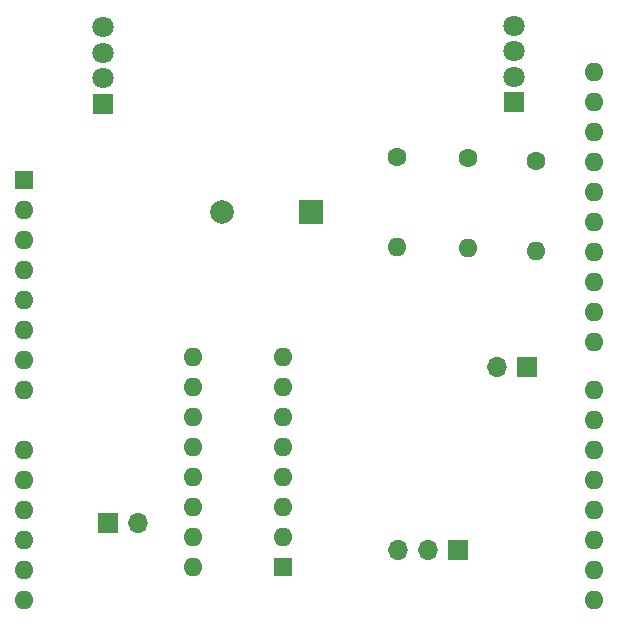
<source format=gbr>
%TF.GenerationSoftware,KiCad,Pcbnew,(6.0.9)*%
%TF.CreationDate,2023-07-07T16:24:00-04:00*%
%TF.ProjectId,MOODLighting,4d4f4f44-4c69-4676-9874-696e672e6b69,rev?*%
%TF.SameCoordinates,Original*%
%TF.FileFunction,Soldermask,Top*%
%TF.FilePolarity,Negative*%
%FSLAX46Y46*%
G04 Gerber Fmt 4.6, Leading zero omitted, Abs format (unit mm)*
G04 Created by KiCad (PCBNEW (6.0.9)) date 2023-07-07 16:24:00*
%MOMM*%
%LPD*%
G01*
G04 APERTURE LIST*
%ADD10R,1.600000X1.600000*%
%ADD11O,1.600000X1.600000*%
%ADD12R,1.800000X1.800000*%
%ADD13C,1.800000*%
%ADD14C,1.600000*%
%ADD15R,1.700000X1.700000*%
%ADD16O,1.700000X1.700000*%
%ADD17R,2.000000X2.000000*%
%ADD18C,2.000000*%
G04 APERTURE END LIST*
D10*
%TO.C,A1*%
X109330000Y-76980000D03*
D11*
X109330000Y-79520000D03*
X109330000Y-82060000D03*
X109330000Y-84600000D03*
X109330000Y-87140000D03*
X109330000Y-89680000D03*
X109330000Y-92220000D03*
X109330000Y-94760000D03*
X109330000Y-99840000D03*
X109330000Y-102380000D03*
X109330000Y-104920000D03*
X109330000Y-107460000D03*
X109330000Y-110000000D03*
X109330000Y-112540000D03*
X157590000Y-112540000D03*
X157590000Y-110000000D03*
X157590000Y-107460000D03*
X157590000Y-104920000D03*
X157590000Y-102380000D03*
X157590000Y-99840000D03*
X157590000Y-97300000D03*
X157590000Y-94760000D03*
X157590000Y-90700000D03*
X157590000Y-88160000D03*
X157590000Y-85620000D03*
X157590000Y-83080000D03*
X157590000Y-80540000D03*
X157590000Y-78000000D03*
X157590000Y-75460000D03*
X157590000Y-72920000D03*
X157590000Y-70380000D03*
X157590000Y-67840000D03*
%TD*%
D12*
%TO.C,D1*%
X116038000Y-70542000D03*
D13*
X116038000Y-68383000D03*
X116038000Y-66224000D03*
X116038000Y-64065000D03*
%TD*%
D14*
%TO.C,R2*%
X152630000Y-75390000D03*
D11*
X152630000Y-83010000D03*
%TD*%
D15*
%TO.C,J5*%
X146095000Y-108350000D03*
D16*
X143555000Y-108350000D03*
X141015000Y-108350000D03*
%TD*%
D14*
%TO.C,R3*%
X146910000Y-75180000D03*
D11*
X146910000Y-82800000D03*
%TD*%
D17*
%TO.C,BZ1*%
X133640000Y-79750000D03*
D18*
X126040000Y-79750000D03*
%TD*%
D10*
%TO.C,U1*%
X131240000Y-109745000D03*
D11*
X131240000Y-107205000D03*
X131240000Y-104665000D03*
X131240000Y-102125000D03*
X131240000Y-99585000D03*
X131240000Y-97045000D03*
X131240000Y-94505000D03*
X131240000Y-91965000D03*
X123620000Y-91965000D03*
X123620000Y-94505000D03*
X123620000Y-97045000D03*
X123620000Y-99585000D03*
X123620000Y-102125000D03*
X123620000Y-104665000D03*
X123620000Y-107205000D03*
X123620000Y-109745000D03*
%TD*%
D15*
%TO.C,J6*%
X151885000Y-92830000D03*
D16*
X149345000Y-92830000D03*
%TD*%
D15*
%TO.C,J3*%
X116450000Y-106010000D03*
D16*
X118990000Y-106010000D03*
%TD*%
D14*
%TO.C,R4*%
X140890000Y-75080000D03*
D11*
X140890000Y-82700000D03*
%TD*%
D12*
%TO.C,D2*%
X150820000Y-70417000D03*
D13*
X150820000Y-68258000D03*
X150820000Y-66099000D03*
X150820000Y-63940000D03*
%TD*%
M02*

</source>
